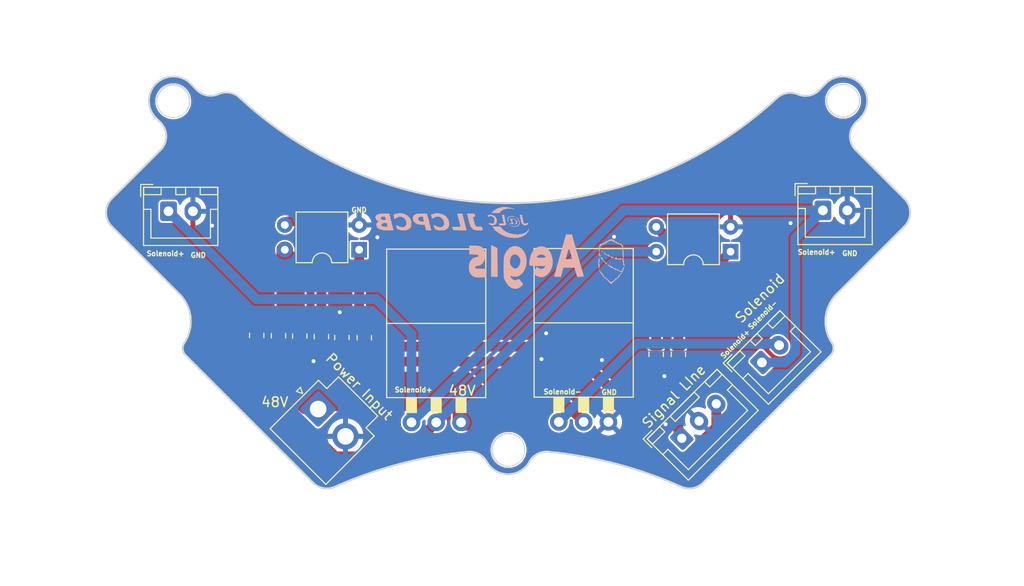
<source format=kicad_pcb>
(kicad_pcb (version 20221018) (generator pcbnew)
  (layers (0 "F.Cu" signal) (31 "B.Cu" signal) (34 "B.Paste" user) (35 "F.Paste" user) (36 "B.SilkS" user "B.Silkscreen") (37 "F.SilkS" user "F.Silkscreen") (38 "B.Mask" user) (39 "F.Mask" user) (44 "Edge.Cuts" user))
  (net 0 "")
  (net 1 "Solenoid+")
  (net 2 "GND")
  (net 3 "Solenoid-")
  (net 4 "+48V")
  (net 5 "Net-(Q3-G)")
  (net 6 "FET1")
  (net 7 "Net-(R1-Pad2)")
  (net 8 "Net-(Q1-G)")
  (net 9 "Net-(R3-Pad2)")
  (net 10 "Net-(R6-Pad1)")
  (net 11 "FET２")
  (net 12 "Net-(R8-Pad2)")
  (net 13 "+15V")
  (footprint "Resistor_SMD:R_0805_2012Metric" (layer "F.Cu") (at 198.8 70.05 -90)
    (fp_text reference "R6" hide)
    (fp_text value "2K")
    (pad "1" smd roundrect (at -0.9125 0 270) (size 1.025 1.4) (layers "F.Cu" "F.Paste" "F.Mask") (roundrect_rratio 0.243902439) (net 10 "Net-(R6-Pad1)"))
    (pad "2" smd roundrect (at 0.9125 0 270) (size 1.025 1.4) (layers "F.Cu" "F.Paste" "F.Mask") (roundrect_rratio 0.243902439) (net 2 "GND"))
  )
  (footprint "MountingHole:MountingHole_3.2mm_M3" (layer "F.Cu") (at 183.67 79.85 180)
    (fp_text reference "REF**" hide)
    (fp_text value "MountingHole_3.2mm_M3" hide)
    (pad "" np_thru_hole circle (at 0 0 180) (size 3.2 3.2) (drill 3.2) (layers "F&B.Cu" "*.Mask"))
  )
  (footprint "Connector_JST:JST_VH_B2P-VH_1x02_P3.96mm_Vertical" (layer "F.Cu") (at 164.16 75.66 -45)
    (fp_text reference "J1" hide)
    (fp_text value "Conn_01x02_Socket" hide)
    (pad "1" thru_hole roundrect (at 0 0 315) (size 2.7 2.7) (drill 1.7) (layers "*.Cu" "*.Mask") (roundrect_rratio 0.09259296296) (net 4 "+48V"))
    (pad "2" thru_hole circle (at 3.96 0 315) (size 2.7 2.7) (drill 1.7) (layers "*.Cu" "*.Mask") (net 2 "GND"))
  )
  (footprint "Connector_JST:JST_XH_B2B-XH-A_1x02_P2.50mm_Vertical" (layer "F.Cu") (at 209.64 70.88 45)
    (fp_text reference "J4" hide)
    (fp_text value "Conn_01x02_Socket")
    (pad "1" thru_hole roundrect (at 0 0 45) (size 1.7 2) (drill 1) (layers "*.Cu" "*.Mask") (roundrect_rratio 0.1470588235) (net 1 "Solenoid+"))
    (pad "2" thru_hole oval (at 2.5 0 45) (size 1.7 2) (drill 1) (layers "*.Cu" "*.Mask") (net 3 "Solenoid-"))
  )
  (footprint "Resistor_SMD:R_0805_2012Metric" (layer "F.Cu") (at 160.09 68.14 90)
    (fp_text reference "R7" hide)
    (fp_text value "2K")
    (pad "1" smd roundrect (at -0.9125 0 90) (size 1.025 1.4) (layers "F.Cu" "F.Paste" "F.Mask") (roundrect_rratio 0.243902439) (net 4 "+48V"))
    (pad "2" smd roundrect (at 0.9125 0 90) (size 1.025 1.4) (layers "F.Cu" "F.Paste" "F.Mask") (roundrect_rratio 0.243902439) (net 13 "+15V"))
  )
  (footprint "MountingHole:MountingHole_3.2mm_M3" (layer "F.Cu") (at 149.31 44.09 180)
    (fp_text reference "REF**" hide)
    (fp_text value "MountingHole_3.2mm_M3" hide)
    (pad "" np_thru_hole circle (at 0 0 180) (size 3.2 3.2) (drill 3.2) (layers "F&B.Cu" "*.Mask"))
  )
  (footprint "Resistor_SMD:R_0805_2012Metric" (layer "F.Cu") (at 166.59 68.32 90)
    (fp_text reference "R4" hide)
    (fp_text value "10K")
    (pad "1" smd roundrect (at -0.9125 0 90) (size 1.025 1.4) (layers "F.Cu" "F.Paste" "F.Mask") (roundrect_rratio 0.243902439) (net 5 "Net-(Q3-G)"))
    (pad "2" smd roundrect (at 0.9125 0 90) (size 1.025 1.4) (layers "F.Cu" "F.Paste" "F.Mask") (roundrect_rratio 0.243902439) (net 2 "GND"))
  )
  (footprint "MountingHole:MountingHole_3.2mm_M3" (layer "F.Cu") (at 217.96 44.03 180)
    (fp_text reference "REF**" hide)
    (fp_text value "MountingHole_3.2mm_M3" hide)
    (pad "" np_thru_hole circle (at 0 0 180) (size 3.2 3.2) (drill 3.2) (layers "F&B.Cu" "*.Mask"))
  )
  (footprint "Connector_JST:JST_XH_B2B-XH-A_1x02_P2.50mm_Vertical" (layer "F.Cu") (at 148.82 55.37)
    (fp_text reference "C1" hide)
    (fp_text value "C")
    (pad "1" thru_hole roundrect (at 0 0) (size 1.7 2) (drill 1) (layers "*.Cu" "*.Mask") (roundrect_rratio 0.1470588235) (net 1 "Solenoid+"))
    (pad "2" thru_hole oval (at 2.5 0) (size 1.7 2) (drill 1) (layers "*.Cu" "*.Mask") (net 2 "GND"))
  )
  (footprint "Package_DIP:DIP-4_W7.62mm" (layer "F.Cu") (at 206.43 59.515 180)
    (fp_text reference "U1" hide)
    (fp_text value "EL817")
    (pad "1" thru_hole rect (at 0 0 180) (size 1.6 1.6) (drill 0.8) (layers "*.Cu" "*.Mask") (net 7 "Net-(R1-Pad2)"))
    (pad "2" thru_hole oval (at 0 2.54 180) (size 1.6 1.6) (drill 0.8) (layers "*.Cu" "*.Mask") (net 2 "GND"))
    (pad "3" thru_hole oval (at 7.62 2.54 180) (size 1.6 1.6) (drill 0.8) (layers "*.Cu" "*.Mask") (net 10 "Net-(R6-Pad1)"))
    (pad "4" thru_hole oval (at 7.62 0 180) (size 1.6 1.6) (drill 0.8) (layers "*.Cu" "*.Mask") (net 8 "Net-(Q1-G)"))
  )
  (footprint "Resistor_SMD:R_0805_2012Metric" (layer "F.Cu") (at 164.49 68.23 90)
    (fp_text reference "R3" hide)
    (fp_text value "330K")
    (pad "1" smd roundrect (at -0.9125 0 90) (size 1.025 1.4) (layers "F.Cu" "F.Paste" "F.Mask") (roundrect_rratio 0.243902439) (net 5 "Net-(Q3-G)"))
    (pad "2" smd roundrect (at 0.9125 0 90) (size 1.025 1.4) (layers "F.Cu" "F.Paste" "F.Mask") (roundrect_rratio 0.243902439) (net 9 "Net-(R3-Pad2)"))
  )
  (footprint "Connector_JST:JST_XH_B3B-XH-A_1x03_P2.50mm_Vertical" (layer "F.Cu") (at 201.43 78.66 45)
    (fp_text reference "J3" hide)
    (fp_text value "Conn_01x03_Socket")
    (pad "1" thru_hole roundrect (at 0 0 45) (size 1.7 1.95) (drill 0.95) (layers "*.Cu" "*.Mask") (roundrect_rratio 0.1470588235) (net 6 "FET1"))
    (pad "2" thru_hole oval (at 2.5 0 45) (size 1.7 1.95) (drill 0.95) (layers "*.Cu" "*.Mask") (net 2 "GND"))
    (pad "3" thru_hole oval (at 5 0 45) (size 1.7 1.95) (drill 0.95) (layers "*.Cu" "*.Mask") (net 11 "FET２"))
  )
  (footprint "K15A20D:K15A20D" (layer "F.Cu") (at 176.26 54.679)
    (fp_text reference "Q1" hide)
    (fp_text value "PMOS" hide)
    (pad "1" thru_hole circle (at -2.54 22.352 180) (size 1.8 1.8) (drill 1) (layers "*.Cu" "*.Mask") (net 1 "Solenoid+"))
    (pad "2" thru_hole circle (at 0 22.352 180) (size 1.8 1.8) (drill 1) (layers "*.Cu" "*.Mask") (net 8 "Net-(Q1-G)"))
    (pad "3" thru_hole circle (at 2.54 22.352 180) (size 1.8 1.8) (drill 1) (layers "*.Cu" "*.Mask") (net 4 "+48V"))
  )
  (footprint "Resistor_SMD:R_0805_2012Metric" (layer "F.Cu") (at 162.27 68.17 -90)
    (fp_text reference "R9" hide)
    (fp_text value "1K")
    (pad "1" smd roundrect (at -0.9125 0 270) (size 1.025 1.4) (layers "F.Cu" "F.Paste" "F.Mask") (roundrect_rratio 0.243902439) (net 13 "+15V"))
    (pad "2" smd roundrect (at 0.9125 0 270) (size 1.025 1.4) (layers "F.Cu" "F.Paste" "F.Mask") (roundrect_rratio 0.243902439) (net 2 "GND"))
  )
  (footprint "Connector_JST:JST_XH_B2B-XH-A_1x02_P2.50mm_Vertical" (layer "F.Cu") (at 215.89 55.28)
    (fp_text reference "C2" hide)
    (fp_text value "C")
    (pad "1" thru_hole roundrect (at 0 0) (size 1.7 2) (drill 1) (layers "*.Cu" "*.Mask") (roundrect_rratio 0.1470588235) (net 1 "Solenoid+"))
    (pad "2" thru_hole oval (at 2.5 0) (size 1.7 2) (drill 1) (layers "*.Cu" "*.Mask") (net 2 "GND"))
  )
  (footprint "Resistor_SMD:R_0805_2012Metric" (layer "F.Cu") (at 168.89 68.35 90)
    (fp_text reference "R8" hide)
    (fp_text value "330K")
    (pad "1" smd roundrect (at -0.9125 0 90) (size 1.025 1.4) (layers "F.Cu" "F.Paste" "F.Mask") (roundrect_rratio 0.243902439) (net 11 "FET２"))
    (pad "2" smd roundrect (at 0.9125 0 90) (size 1.025 1.4) (layers "F.Cu" "F.Paste" "F.Mask") (roundrect_rratio 0.243902439) (net 12 "Net-(R8-Pad2)"))
  )
  (footprint "Resistor_SMD:R_0805_2012Metric" (layer "F.Cu") (at 201.08 70.06 90)
    (fp_text reference "R1" hide)
    (fp_text value "330K")
    (pad "1" smd roundrect (at -0.9125 0 90) (size 1.025 1.4) (layers "F.Cu" "F.Paste" "F.Mask") (roundrect_rratio 0.243902439) (net 6 "FET1"))
    (pad "2" smd roundrect (at 0.9125 0 90) (size 1.025 1.4) (layers "F.Cu" "F.Paste" "F.Mask") (roundrect_rratio 0.243902439) (net 7 "Net-(R1-Pad2)"))
  )
  (footprint "K15A20D:K15A20D" (layer "F.Cu") (at 191.37 54.628)
    (fp_text reference "Q3" hide)
    (fp_text value "NMOS" hide)
    (pad "1" thru_hole circle (at -2.54 22.352 180) (size 1.8 1.8) (drill 1) (layers "*.Cu" "*.Mask") (net 3 "Solenoid-"))
    (pad "2" thru_hole circle (at 0 22.352 180) (size 1.8 1.8) (drill 1) (layers "*.Cu" "*.Mask") (net 5 "Net-(Q3-G)"))
    (pad "3" thru_hole circle (at 2.54 22.352 180) (size 1.8 1.8) (drill 1) (layers "*.Cu" "*.Mask") (net 2 "GND"))
  )
  (footprint "Package_DIP:DIP-4_W7.62mm" (layer "F.Cu") (at 168.36 59.32 180)
    (fp_text reference "U2" hide)
    (fp_text value "EL817")
    (pad "1" thru_hole rect (at 0 0 180) (size 1.6 1.6) (drill 0.8) (layers "*.Cu" "*.Mask") (net 12 "Net-(R8-Pad2)"))
    (pad "2" thru_hole oval (at 0 2.54 180) (size 1.6 1.6) (drill 0.8) (layers "*.Cu" "*.Mask") (net 2 "GND"))
    (pad "3" thru_hole oval (at 7.62 2.54 180) (size 1.6 1.6) (drill 0.8) (layers "*.Cu" "*.Mask") (net 9 "Net-(R3-Pad2)"))
    (pad "4" thru_hole oval (at 7.62 0 180) (size 1.6 1.6) (drill 0.8) (layers "*.Cu" "*.Mask") (net 13 "+15V"))
  )
  (footprint "Resistor_SMD:R_0805_2012Metric" (layer "F.Cu") (at 157.86 68.1125 90)
    (fp_text reference "R2" hide)
    (fp_text value "1K")
    (pad "1" smd roundrect (at -0.9125 0 90) (size 1.025 1.4) (layers "F.Cu" "F.Paste" "F.Mask") (roundrect_rratio 0.243902439) (net 4 "+48V"))
    (pad "2" smd roundrect (at 0.9125 0 90) (size 1.025 1.4) (layers "F.Cu" "F.Paste" "F.Mask") (roundrect_rratio 0.243902439) (net 8 "Net-(Q1-G)"))
  )
  (footprint "Aegis:ver4" (layer "B.Cu") (at 187.920192 60.35714 180)
    (fp_text reference "G***" hide)
    (fp_text value "LOGO" hide)
  )
  (footprint "JLCPCB:JLCPCB" (layer "B.Cu") (at 177.998966 56.5658 180)
    (fp_text reference "G***" hide)
    (fp_text value "LOGO" hide)
  )
  (gr_arc (start 219.247845 49.096614) (mid 218.662041 47.6824) (end 219.247845 46.268187) (stroke (width 0.2)) (layer "Edge.Cuts"))
  (gr_arc (start 143.0112 56.9186) (mid 142.425419 55.50439) (end 143.0112 54.090173) (stroke (width 0.2)) (layer "Edge.Cuts"))
  (gr_arc (start 153.939549 43.354207) (mid 152.74589 43.485461) (end 151.692211 42.909424) (stroke (width 0.2)) (layer "Edge.Cuts"))
  (gr_line (start 143.0112 56.9186) (end 149.93519 63.84259) (stroke (width 0.2)) (layer "Edge.Cuts"))
  (gr_arc (start 150.570864 70.135119) (mid 150.283035 69.528519) (end 150.443729 68.876613) (stroke (width 0.2)) (layer "Edge.Cuts"))
  (gr_arc (start 185.811266 81.057979) (mid 186.628212 80.259825) (end 187.748777 80.038884) (stroke (width 0.2)) (layer "Edge.Cuts"))
  (gr_line (start 150.570864 70.135119) (end 163.651056 83.21531) (stroke (width 0.2)) (layer "Edge.Cuts"))
  (gr_arc (start 148.004759 46.268187) (mid 148.590532 47.6824) (end 148.004759 49.096614) (stroke (width 0.2)) (layer "Edge.Cuts"))
  (gr_arc (start 215.545208 42.925224) (mid 214.506067 43.498378) (end 213.325102 43.381747) (stroke (width 0.2)) (layer "Edge.Cuts"))
  (gr_line (start 216.140267 42.306087) (end 215.545208 42.925224) (stroke (width 0.2)) (layer "Edge.Cuts"))
  (gr_arc (start 216.140267 42.306087) (mid 219.675074 42.236029) (end 219.745203 45.770829) (stroke (width 0.2)) (layer "Edge.Cuts"))
  (gr_arc (start 187.748777 80.038884) (mid 194.70634 81.277881) (end 201.371465 83.627119) (stroke (width 0.2)) (layer "Edge.Cuts"))
  (gr_arc (start 216.808875 68.876613) (mid 216.166096 66.268976) (end 217.317414 63.84259) (stroke (width 0.2)) (layer "Edge.Cuts"))
  (gr_arc (start 149.93519 63.84259) (mid 151.086507 66.268978) (end 150.443729 68.876613) (stroke (width 0.2)) (layer "Edge.Cuts"))
  (gr_line (start 219.247845 46.268187) (end 219.745203 45.770829) (stroke (width 0.2)) (layer "Edge.Cuts"))
  (gr_arc (start 216.808875 68.876613) (mid 216.969557 69.528518) (end 216.68174 70.135119) (stroke (width 0.2)) (layer "Edge.Cuts"))
  (gr_circle (center 183.626302 79.843101) (end 185.276302 79.843101) (stroke (width 0.2)) (fill none) (layer "Edge.Cuts"))
  (gr_arc (start 211.187918 43.756863) (mid 212.201218 43.254246) (end 213.325102 43.381747) (stroke (width 0.2)) (layer "Edge.Cuts"))
  (gr_line (start 148.004759 49.096614) (end 143.0112 54.090173) (stroke (width 0.2)) (layer "Edge.Cuts"))
  (gr_circle (center 149.309869 44.038458) (end 150.959869 44.038458) (stroke (width 0.2)) (fill none) (layer "Edge.Cuts"))
  (gr_arc (start 165.881139 83.627119) (mid 172.546263 81.277881) (end 179.503827 80.038884) (stroke (width 0.2)) (layer "Edge.Cuts"))
  (gr_arc (start 153.939549 43.354207) (mid 155.07739 43.212724) (end 156.105958 43.719433) (stroke (width 0.2)) (layer "Edge.Cuts"))
  (gr_arc (start 211.187918 43.756863) (mid 183.639596 54.543967) (end 156.105958 43.719433) (stroke (width 0.2)) (layer "Edge.Cuts"))
  (gr_line (start 151.692211 42.909424) (end 151.112337 42.306087) (stroke (width 0.2)) (layer "Edge.Cuts"))
  (gr_line (start 203.601548 83.21531) (end 216.68174 70.135119) (stroke (width 0.2)) (layer "Edge.Cuts"))
  (gr_arc (start 147.507401 45.770829) (mid 147.577534 42.236037) (end 151.112337 42.306087) (stroke (width 0.2)) (layer "Edge.Cuts"))
  (gr_arc (start 179.503827 80.038884) (mid 180.624411 80.259787) (end 181.441338 81.057979) (stroke (width 0.2)) (layer "Edge.Cuts"))
  (gr_arc (start 203.601548 83.21531) (mid 202.550513 83.767865) (end 201.371465 83.627119) (stroke (width 0.2)) (layer "Edge.Cuts"))
  (gr_arc (start 185.811266 81.057979) (mid 183.626302 82.343101) (end 181.441338 81.057979) (stroke (width 0.2)) (layer "Edge.Cuts"))
  (gr_arc (start 165.881139 83.627119) (mid 164.702097 83.767829) (end 163.651056 83.21531) (stroke (width 0.2)) (layer "Edge.Cuts"))
  (gr_arc (start 224.241404 54.090173) (mid 224.827203 55.50439) (end 224.241404 56.9186) (stroke (width 0.2)) (layer "Edge.Cuts"))
  (gr_line (start 224.241404 54.090173) (end 219.247845 49.096614) (stroke (width 0.2)) (layer "Edge.Cuts"))
  (gr_line (start 217.317414 63.84259) (end 224.241404 56.9186) (stroke (width 0.2)) (layer "Edge.Cuts"))
  (gr_line (start 147.507401 45.770829) (end 148.004759 46.268187) (stroke (width 0.2)) (layer "Edge.Cuts"))
  (gr_circle (center 217.942735 44.038458) (end 219.592735 44.038458) (stroke (width 0.2)) (fill none) (layer "Edge.Cuts"))
  (gr_text "GND" (at 193.99 73.94) (layer "F.SilkS") (effects (font (size 0.5 0.5) (thickness 0.125))))
  (gr_text "48V" (at 178.91 73.77) (layer "F.SilkS") (effects (font (size 1 1))))
  (gr_text "GND" (at 168.35 55.24) (layer "F.SilkS") (effects (font (size 0.5 0.5) (thickness 0.125))))
  (gr_text "Solenoid+\n\n" (at 148.51 60.12) (layer "F.SilkS") (effects (font (size 0.5 0.5) (thickness 0.125))))
  (gr_text "Signal LIne\n" (at 200.62 74.37 45) (layer "F.SilkS") (effects (font (size 1 1))))
  (gr_text "Power Input" (at 168.37 73.35 -45) (layer "F.SilkS") (effects (font (size 1 1))))
  (gr_text "Solenoid+\n\n" (at 215.24 59.97) (layer "F.SilkS") (effects (font (size 0.5 0.5) (thickness 0.125))))
  (gr_text "Solenoid-\n\n" (at 210.01 66.29 45) (layer "F.SilkS") (effects (font (size 0.5 0.5) (thickness 0.125))))
  (gr_text "GND" (at 218.65 59.7) (layer "F.SilkS") (effects (font (size 0.5 0.5) (thickness 0.125))))
  (gr_text "Solenoid-\n\n" (at 189.2 74.29) (layer "F.SilkS") (effects (font (size 0.5 0.5) (thickness 0.125))))
  (gr_text "Solenoid\n" (at 209.44 64.29 45) (layer "F.SilkS") (effects (font (size 1 1))))
  (gr_text "Solenoid+\n\n" (at 207.2 69.27 45) (layer "F.SilkS") (effects (font (size 0.5 0.5) (thickness 0.125))))
  (gr_text "Solenoid+\n\n" (at 173.93 74.09) (layer "F.SilkS") (effects (font (size 0.5 0.5) (thickness 0.125))))
  (gr_text "GND" (at 151.87 59.88) (layer "F.SilkS") (effects (font (size 0.5 0.5) (thickness 0.125))))
  (gr_text "48V" (at 159.72 74.95) (layer "F.SilkS") (effects (font (size 1 1))))
  (segment (start 173.72 77.031) (end 173.72 67.98) (width 1) (layer "B.Cu") (net 1))
  (segment (start 173.72 67.98) (end 170.12 64.38) (width 1) (layer "B.Cu") (net 1))
  (segment (start 195.471 55.28) (end 215.89 55.28) (width 1) (layer "B.Cu") (net 1))
  (segment (start 209.64 70.88) (end 212.044164 70.88) (width 1) (layer "B.Cu") (net 1))
  (segment (start 213.063833 58.106167) (end 215.89 55.28) (width 1) (layer "B.Cu") (net 1))
  (segment (start 173.72 77.031) (end 195.471 55.28) (width 1) (layer "B.Cu") (net 1))
  (segment (start 170.12 64.38) (end 157.83 64.38) (width 1) (layer "B.Cu") (net 1))
  (segment (start 212.044164 70.88) (end 213.063833 69.860331) (width 1) (layer "B.Cu") (net 1))
  (segment (start 157.83 64.38) (end 148.82 55.37) (width 1) (layer "B.Cu") (net 1))
  (segment (start 213.063833 69.860331) (end 213.063833 58.106167) (width 1) (layer "B.Cu") (net 1))
  (via (at 212.5726 56.5912) (size 0.8) (drill 0.4) (layers "F.Cu" "B.Cu") (net 2))
  (via (at 187.0456 70.5358) (size 0.8) (drill 0.4) (layers "F.Cu" "B.Cu") (net 2))
  (via (at 170.2308 58.039) (size 0.8) (drill 0.4) (layers "F.Cu" "B.Cu") (net 2))
  (via (at 194.4878 57.9882) (size 0.8) (drill 0.4) (layers "F.Cu" "B.Cu") (net 2))
  (via (at 187.5282 67.8942) (size 0.8) (drill 0.4) (layers "F.Cu" "B.Cu") (net 2))
  (via (at 153.289 56.8452) (size 0.8) (drill 0.4) (layers "F.Cu" "B.Cu") (net 2))
  (via (at 163.69 70.75) (size 0.8) (drill 0.4) (layers "F.Cu" "B.Cu") (net 2))
  (via (at 199.644 72.2884) (size 0.8) (drill 0.4) (layers "F.Cu" "B.Cu") (net 2))
  (via (at 166.37 65.73) (size 0.8) (drill 0.4) (layers "F.Cu" "B.Cu") (net 2))
  (via (at 199.771 77.216) (size 0.8) (drill 0.4) (layers "F.Cu" "B.Cu") (net 2))
  (via (at 193.2432 70.6374) (size 0.8) (drill 0.4) (layers "F.Cu" "B.Cu") (net 2))
  (segment (start 196.839492 68.970508) (end 211.266042 68.970508) (width 1) (layer "B.Cu") (net 3))
  (segment (start 188.83 76.98) (end 196.839492 68.970508) (width 1) (layer "B.Cu") (net 3))
  (segment (start 211.266042 68.970508) (end 211.407767 69.112233) (width 1) (layer "B.Cu") (net 3))
  (segment (start 160.0625 69.025) (end 160.09 69.0525) (width 1) (layer "F.Cu") (net 4))
  (segment (start 166.49 75.02) (end 164.8 75.02) (width 1.7) (layer "F.Cu") (net 4))
  (segment (start 160.09 70.17) (end 159.655 69.735) (width 1) (layer "F.Cu") (net 4))
  (segment (start 178.54 72.63) (end 179.19 72.63) (width 1.7) (layer "F.Cu") (net 4))
  (segment (start 159.5475 72.4625) (end 159.83 72.18) (width 1) (layer "F.Cu") (net 4))
  (segment (start 160.09 71.59) (end 164.16 75.66) (width 1) (layer "F.Cu") (net 4))
  (segment (start 176.15 75.02) (end 178.49 72.68) (width 1.7) (layer "F.Cu") (net 4))
  (segment (start 160.58 70.91) (end 162.77 73.1) (width 1) (layer "F.Cu") (net 4))
  (segment (start 162.745 75.66) (end 164.16 75.66) (width 1) (layer "F.Cu") (net 4))
  (segment (start 172.46 73.6) (end 172.33 73.6) (width 1) (layer "F.Cu") (net 4))
  (segment (start 167.81 74.64) (end 165.85 74.64) (width 1.7) (layer "F.Cu") (net 4))
  (segment (start 178.8 77.031) (end 179.789 77.031) (width 1.7) (layer "F.Cu") (net 4))
  (segment (start 172.46 73.6) (end 175.88 73.6) (width 1) (layer "F.Cu") (net 4))
  (segment (start 162.51 74.01) (end 162.51 73.36) (width 1) (layer "F.Cu") (net 4))
  (segment (start 162.1375 75.0525) (end 162.745 75.66) (width 1) (layer "F.Cu") (net 4))
  (segment (start 169.51 75.02) (end 170.91 75.02) (width 1.7) (layer "F.Cu") (net 4))
  (segment (start 167.91 73.6) (end 166.49 75.02) (width 1) (layer "F.Cu") (net 4))
  (segment (start 172.99 74.02) (end 171.99 75.02) (width 1) (layer "F.Cu") (net 4))
  (segment (start 178.061792 75.02) (end 175.96 75.02) (width 1.7) (layer "F.Cu") (net 4))
  (segment (start 180.52 75.41) (end 180.52 73.96) (width 1.7) (layer "F.Cu") (net 4))
  (segment (start 160.09 70.91) (end 160.58 70.91) (width 1) (layer "F.Cu") (net 4))
  (segment (start 158.785 70.285) (end 164.16 75.66) (width 1) (layer "F.Cu") (net 4))
  (segment (start 178.8 77.031) (end 178.8 75.758208) (width 1.7) (layer "F.Cu") (net 4))
  (segment (start 157.86 69.36) (end 158.235 69.735) (width 1) (layer "F.Cu") (net 4))
  (segment (start 159.5475 72.4625) (end 160.0675 72.9825) (width 1) (layer "F.Cu") (net 4))
  (segment (start 164.16 72.95) (end 163.57 72.95) (width 1.7) (layer "F.Cu") (net 4))
  (segment (start 159.81 71.6625) (end 158.7475 71.6625) (width 1) (layer "F.Cu") (net 4))
  (segment (start 169.51 75.02) (end 169.51 73.99) (width 1.7) (layer "F.Cu") (net 4))
  (segment (start 180.52 76.3) (end 180.52 75.41) (width 1.7) (layer "F.Cu") (net 4))
  (segment (start 158.945 69.025) (end 160.09 70.17) (width 1) (layer "F.Cu") (net 4))
  (segment (start 169.9 73.6) (end 168.85 73.6) (width 1) (layer "F.Cu") (net 4))
  (segment (start 178.451792 75.41) (end 178.061792 75.02) (width 1.7) (layer "F.Cu") (net 4))
  (segment (start 166.49 75.02) (end 169.51 75.02) (width 1.7) (layer "F.Cu") (net 4))
  (segment (start 164.35 72.68) (end 164.12 72.91) (width 1.7) (layer "F.Cu") (net 4))
  (segment (start 164.16 75.66) (end 166.22 73.6) (width 1) (layer "F.Cu") (net 4))
  (segment (start 158.9 70.17) (end 158.785 70.285) (width 1) (layer "F.Cu") (net 4))
  (segment (start 160.27 72.18) (end 160.68 72.18) (width 1) (layer "F.Cu") (net 4))
  (segment (start 180.52 75.41) (end 178.451792 75.41) (width 1.7) (layer "F.Cu") (net 4))
  (segment (start 164.8 75.02) (end 164.16 75.66) (width 1.7) (layer "F.Cu") (net 4))
  (segment (start 160.09 70.17) (end 160.09 70.91) (width 1) (layer "F.Cu") (net 4))
  (segment (start 159.655 69.735) (end 158.235 69.735) (width 1) (layer "F.Cu") (net 4))
  (segment (start 160.68 72.18) (end 160.1625 71.6625) (width 1) (layer "F.Cu") (net 4))
  (segment (start 160.09 69.0525) (end 160.09 69.58) (width 1) (layer "F.Cu") (net 4))
  (segment (start 162.77 73.1) (end 162.51 73.36) (width 1.7) (layer "F.Cu") (net 4))
  (segment (start 178.8 75.758208) (end 178.061792 75.02) (width 1.7) (layer "F.Cu") (net 4))
  (segment (start 165.85 74.64) (end 164.16 72.95) (width 1.7) (layer "F.Cu") (net 4))
  (segment (start 175.88 73.6) (end 173.41 73.6) (width 1) (layer "F.Cu") (net 4))
  (segment (start 158.235 69.735) (end 158.785 70.285) (width 1) (layer "F.Cu") (net 4))
  (segment (start 158.7475 71.6625) (end 159.5475 72.4625) (width 1) (layer "F.Cu") (net 4))
  (segment (start 175.96 75.02) (end 176.15 75.02) (width 1.7) (layer "F.Cu") (net 4))
  (segment (start 159.83 72.18) (end 160.27 72.18) (width 1) (layer "F.Cu") (net 4))
  (segment (start 157.86 69.025) (end 157.86 69.36) (width 1) (layer "F.Cu") (net 4))
  (segment (start 175.96 75.02) (end 167.81 75.02) (width 1.7) (layer "F.Cu") (net 4))
  (segment (start 177.001792 73.96) (end 176.641792 73.6) (width 1.7) (layer "F.Cu") (net 4))
  (segment (start 161.4 72.9) (end 162.51 74.01) (width 1) (layer "F.Cu") (net 4))
  (segment (start 163.57 72.95) (end 162.51 74.01) (width 1.7) (layer "F.Cu") (net 4))
  (segment (start 179.19 72.63) (end 180.52 73.96) (width 1.7) (layer "F.Cu") (net 4))
  (segment (start 164.16 75.66) (end 162.51 74.01) (width 1) (layer "F.Cu") (net 4))
  (segment (start 160.09 71.59) (end 160.0175 71.6625) (width 1) (layer "F.Cu") (net 4))
  (segment (start 160.0175 71.6625) (end 159.81 71.6625) (width 1) (layer "F.Cu") (net 4))
  (segment (start 176.641792 73.6) (end 178.061792 75.02) (width 1) (layer "F.Cu") (net 4))
  (segment (start 160.1625 71.6625) (end 159.81 71.6625) (width 1) (layer "F.Cu") (net 4))
  (segment (start 164.35 72.68) (end 163.19 72.68) (width 1.7) (layer "F.Cu") (net 4))
  (segment (start 173.41 73.6) (end 172.99 74.02) (width 1) (layer "F.Cu") (net 4))
  (segment (start 164.16 72.95) (end 164.16 75.66) (width 1.7) (layer "F.Cu") (net 4))
  (segment (start 164.12 72.91) (end 164.16 72.95) (width 1.7) (layer "F.Cu") (net 4))
  (segment (start 160.09 69.58) (end 163.19 72.68) (width 1) (layer "F.Cu") (net 4))
  (segment (start 179.789 77.031) (end 180.52 76.3) (width 1.7) (layer "F.Cu") (net 4))
  (segment (start 168.85 73.6) (end 167.91 73.6) (width 1) (layer "F.Cu") (net 4))
  (segment (start 161.4725 74.3875) (end 162.1375 75.0525) (width 1) (layer "F.Cu") (net 4))
  (segment (start 160.09 70.17) (end 158.9 70.17) (width 1) (layer "F.Cu") (net 4))
  (segment (start 167.81 75.02) (end 167.81 74.64) (width 1.7) (layer "F.Cu") (net 4))
  (segment (start 161.4 72.9) (end 160.15 72.9) (width 1) (layer "F.Cu") (net 4))
  (segment (start 160.58 70.91) (end 157.995 70.91) (width 1) (layer "F.Cu") (net 4))
  (segment (start 160.09 70.91) (end 160.09 71.59) (width 1) (layer "F.Cu") (net 4))
  (segment (start 160.8075 73.7225) (end 161.4775 74.3925) (width 1) (layer "F.Cu") (net 4))
  (segment (start 167.81 74.64) (end 168.85 73.6) (width 1.7) (layer "F.Cu") (net 4))
  (segment (start 157.86 70.775) (end 158.7475 71.6625) (width 1) (layer "F.Cu") (net 4))
  (segment (start 176.1 73.6) (end 176.641792 73.6) (width 1) (layer "F.Cu") (net 4))
  (segment (start 157.995 70.91) (end 157.86 70.775) (width 1) (layer "F.Cu") (net 4))
  (segment (start 171.21 73.6) (end 169.9 73.6) (width 1) (layer "F.Cu") (net 4))
  (segment (start 162.2225 73.7225) (end 160.8075 73.7225) (width 1) (layer "F.Cu") (net 4))
  (segment (start 162.51 74.01) (end 162.2225 73.7225) (width 1) (layer "F.Cu") (net 4))
  (segment (start 164.12 72.91) (end 162.96 72.91) (width 1.7) (layer "F.Cu") (net 4))
  (segment (start 180.52 73.96) (end 177.001792 73.96) (width 1.7) (layer "F.Cu") (net 4))
  (segment (start 170.91 73.9) (end 171.21 73.6) (width 1) (layer "F.Cu") (net 4))
  (segment (start 157.86 69.025) (end 157.86 70.775) (width 1) (layer "F.Cu") (net 4))
  (segment (start 178.49 72.68) (end 164.35 72.68) (width 1.7) (layer "F.Cu") (net 4))
  (segment (start 170.91 75.02) (end 170.91 73.9) (width 1) (layer "F.Cu") (net 4))
  (segment (start 172.33 73.6) (end 170.91 75.02) (width 1) (layer "F.Cu") (net 4))
  (segment (start 171.21 73.6) (end 172.46 73.6) (width 1) (layer "F.Cu") (net 4))
  (segment (start 170.91 75.02) (end 171.99 75.02) (width 1.7) (layer "F.Cu") (net 4))
  (segment (start 160.15 72.9) (end 160.0675 72.9825) (width 1) (layer "F.Cu") (net 4))
  (segment (start 160.68 72.18) (end 161.4 72.9) (width 1) (layer "F.Cu") (net 4))
  (segment (start 157.86 69.025) (end 158.945 69.025) (width 1) (layer "F.Cu") (net 4))
  (segment (start 162.96 72.91) (end 162.77 73.1) (width 1.7) (layer "F.Cu") (net 4))
  (segment (start 166.22 73.6) (end 171.21 73.6) (width 1) (layer "F.Cu") (net 4))
  (segment (start 160.09 69.0525) (end 160.09 70.17) (width 1) (layer "F.Cu") (net 4))
  (segment (start 175.88 73.6) (end 176.1 73.6) (width 1) (layer "F.Cu") (net 4))
  (segment (start 167.81 75.02) (end 166.49 75.02) (width 1.7) (layer "F.Cu") (net 4))
  (segment (start 160.0675 72.9825) (end 160.8075 73.7225) (width 1) (layer "F.Cu") (net 4))
  (segment (start 175.68 74.02) (end 176.1 73.6) (width 1) (layer "F.Cu") (net 4))
  (segment (start 178.54 72.63) (end 178.49 72.68) (width 1.7) (layer "F.Cu") (net 4))
  (segment (start 169.51 73.99) (end 169.9 73.6) (width 1.7) (layer "F.Cu") (net 4))
  (segment (start 163.19 72.68) (end 162.77 73.1) (width 1.7) (layer "F.Cu") (net 4))
  (segment (start 172.99 74.02) (end 175.68 74.02) (width 1) (layer "F.Cu") (net 4))
  (segment (start 157.86 69.025) (end 160.0625 69.025) (width 1) (layer "F.Cu") (net 4))
  (segment (start 165.8709 69.2325) (end 166.59 69.9516) (width 1) (layer "F.Cu") (net 5))
  (segment (start 166.9542 70.785) (end 166.59 70.4208) (width 1) (layer "F.Cu") (net 5))
  (segment (start 166.59 70.4208) (end 166.59 69.9516) (width 1) (layer "F.Cu") (net 5))
  (segment (start 166.59 69.9516) (end 166.59 69.2325) (width 1) (layer "F.Cu") (net 5))
  (segment (start 166.59 69.2325) (end 165.354 69.2325) (width 1) (layer "F.Cu") (net 5))
  (segment (start 166.1325 70.785) (end 164.49 69.1425) (width 1) (layer "F.Cu") (net 5))
  (segment (start 165.354 69.2325) (end 165.8709 69.2325) (width 1) (layer "F.Cu") (net 5))
  (segment (start 185.175 70.785) (end 191.37 76.98) (width 1) (layer "F.Cu") (net 5))
  (segment (start 166.9542 70.785) (end 166.1325 70.785) (width 1) (layer "F.Cu") (net 5))
  (segment (start 164.58 69.2325) (end 164.49 69.1425) (width 1) (layer "F.Cu") (net 5))
  (segment (start 165.354 69.2325) (end 164.58 69.2325) (width 1) (layer "F.Cu") (net 5))
  (segment (start 185.175 70.785) (end 166.9542 70.785) (width 1) (layer "F.Cu") (net 5))
  (segment (start 201.08 78.31) (end 201.43 78.66) (width 1) (layer "F.Cu") (net 6))
  (segment (start 201.08 70.9725) (end 201.08 78.31) (width 1) (layer "F.Cu") (net 6))
  (segment (start 201.08 69.1475) (end 201.08 64.865) (width 1) (layer "F.Cu") (net 7))
  (segment (start 201.08 64.865) (end 206.43 59.515) (width 1) (layer "F.Cu") (net 7))
  (segment (start 176.26 77.031) (end 172.780857 80.510143) (width 1) (layer "F.Cu") (net 8))
  (segment (start 157.16 67.2) (end 157.86 67.2) (width 1) (layer "F.Cu") (net 8))
  (segment (start 156.41 71.022056) (end 156.41 67.95) (width 1) (layer "F.Cu") (net 8))
  (segment (start 172.780857 80.510143) (end 165.898087 80.510143) (width 1) (layer "F.Cu") (net 8))
  (segment (start 165.898087 80.510143) (end 156.41 71.022056) (width 1) (layer "F.Cu") (net 8))
  (segment (start 156.41 67.95) (end 157.16 67.2) (width 1) (layer "F.Cu") (net 8))
  (segment (start 176.26 77.031) (end 193.776 59.515) (width 1) (layer "B.Cu") (net 8))
  (segment (start 193.776 59.515) (end 198.81 59.515) (width 1) (layer "B.Cu") (net 8))
  (segment (start 163.7538 56.4134) (end 161.1066 56.4134) (width 1) (layer "F.Cu") (net 9))
  (segment (start 164.49 67.3175) (end 164.49 57.1496) (width 1) (layer "F.Cu") (net 9))
  (segment (start 161.1066 56.4134) (end 160.74 56.78) (width 1) (layer "F.Cu") (net 9))
  (segment (start 164.49 57.1496) (end 163.7538 56.4134) (width 1) (layer "F.Cu") (net 9))
  (segment (start 198.8 61.646321) (end 200.31 60.136321) (width 1) (layer "F.Cu") (net 10))
  (segment (start 198.8 69.1375) (end 198.8 61.646321) (width 1) (layer "F.Cu") (net 10))
  (segment (start 200.31 60.136321) (end 200.31 58.475) (width 1) (layer "F.Cu") (net 10))
  (segment (start 200.31 58.475) (end 198.81 56.975) (width 1) (layer "F.Cu") (net 10))
  (segment (start 201.906994 80.551814) (end 204.965534 77.493274) (width 1) (layer "F.Cu") (net 11))
  (segment (start 189.840468 69.2625) (end 201.129782 80.551814) (width 1) (layer "F.Cu") (net 11))
  (segment (start 168.89 69.2625) (end 189.840468 69.2625) (width 1) (layer "F.Cu") (net 11))
  (segment (start 204.965534 77.493274) (end 204.965534 75.124466) (width 1) (layer "F.Cu") (net 11))
  (segment (start 201.129782 80.551814) (end 201.906994 80.551814) (width 1) (layer "F.Cu") (net 11))
  (segment (start 168.36 66.9075) (end 168.89 67.4375) (width 1) (layer "F.Cu") (net 12))
  (segment (start 168.36 59.32) (end 168.36 66.9075) (width 1) (layer "F.Cu") (net 12))
  (segment (start 160.74 65.2) (end 160.74 66.5775) (width 1.7) (layer "F.Cu") (net 13))
  (segment (start 161.77 61.35) (end 160.74 61.35) (width 1) (layer "F.Cu") (net 13))
  (segment (start 162.27 62.5) (end 162.27 61.66) (width 1) (layer "F.Cu") (net 13))
  (segment (start 162.27 64.14) (end 160.87 64.14) (width 1) (layer "F.Cu") (net 13))
  (segment (start 162.27 67.2575) (end 162.27 66.53) (width 1) (layer "F.Cu") (net 13))
  (segment (start 162.27 64.14) (end 162.27 63.25) (width 1) (layer "F.Cu") (net 13))
  (segment (start 162.27 66.53) (end 160.7875 66.53) (width 1) (layer "F.Cu") (net 13))
  (segment (start 162.24 67.2275) (end 162.27 67.2575) (width 1) (layer "F.Cu") (net 13))
  (segment (start 160.83 62.5) (end 160.74 62.41) (width 1) (layer "F.Cu") (net 13))
  (segment (start 162.27 64.9) (end 162.27 64.14) (width 1) (layer "F.Cu") (net 13))
  (segment (start 162.27 65.77) (end 162.27 64.9) (width 1) (layer "F.Cu") (net 13))
  (segment (start 162.27 63.25) (end 161.76 63.25) (width 1) (layer "F.Cu") (net 13))
  (segment (start 161.04 64.9) (end 160.74 65.2) (width 1) (layer "F.Cu") (net 13))
  (segment (start 160.74 61.35) (end 160.74 62.41) (width 1.7) (layer "F.Cu") (net 13))
  (segment (start 162.27 66.53) (end 162.27 65.77) (width 1) (layer "F.Cu") (net 13))
  (segment (start 160.87 64.14) (end 160.74 64.27) (width 1) (layer "F.Cu") (net 13))
  (segment (start 161.5475 65.77) (end 160.74 66.5775) (width 1) (layer "F.Cu") (net 13))
  (segment (start 161.49 61.66) (end 160.74 62.41) (width 1) (layer "F.Cu") (net 13))
  (segment (start 162.27 62.5) (end 160.83 62.5) (width 1) (layer "F.Cu") (net 13))
  (segment (start 162.27 63.25) (end 162.27 62.5) (width 1) (layer "F.Cu") (net 13))
  (segment (start 160.74 59.32) (end 160.74 61.35) (width 1.7) (layer "F.Cu") (net 13))
  (segment (start 162.27 64.9) (end 161.04 64.9) (width 1) (layer "F.Cu") (net 13))
  (segment (start 162.27 60.85) (end 161.77 61.35) (width 1) (layer "F.Cu") (net 13))
  (segment (start 160.74 62.41) (end 160.74 64.27) (width 1.7) (layer "F.Cu") (net 13))
  (segment (start 160.7875 66.53) (end 160.74 66.5775) (width 1) (layer "F.Cu") (net 13))
  (segment (start 162.27 61.66) (end 161.49 61.66) (width 1) (layer "F.Cu") (net 13))
  (segment (start 162.27 61.66) (end 162.27 60.85) (width 1) (layer "F.Cu") (net 13))
  (segment (start 160.09 67.2275) (end 162.24 67.2275) (width 1) (layer "F.Cu") (net 13))
  (segment (start 161.76 63.25) (end 160.74 64.27) (width 1) (layer "F.Cu") (net 13))
  (segment (start 160.74 66.5775) (end 160.09 67.2275) (width 1.7) (layer "F.Cu") (net 13))
  (segment (start 162.27 60.85) (end 160.74 59.32) (width 1) (layer "F.Cu") (net 13))
  (segment (start 160.74 64.27) (end 160.74 65.2) (width 1.7) (layer "F.Cu") (net 13))
  (segment (start 162.27 65.77) (end 161.5475 65.77) (width 1) (layer "F.Cu") (net 13))
  (zone (net 2) (net_name "GND") (layers "F&B.Cu") (connect_pads (clearance 0)) (min_thickness 0.25) (fill yes (thermal_gap 0.5) (thermal_bridge_width 0.5))
    (polygon (pts (xy 131.55 33.7) (xy 235.81 33.8) (xy 236.52 91.27) (xy 141.8 93.82)))
  )
)
</source>
